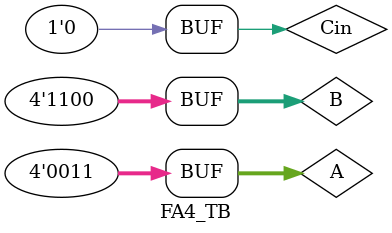
<source format=v>
module jk(input J, K, Clk, Reset, En, output reg Q, output Qn);
always @ (posedge Clk or posedge Reset) begin
	if (Reset)
		Q <= 1'b0;
	else if (En)	
		Q <= J&~K | K&~Q;
end	
assign Qn = ~Q;
endmodule
// SR Flop Flop
module sr(input S, R, Clk, Reset, En, output reg Q, output Qn);
always @ (posedge Clk or posedge Reset) begin 
	if (Reset)
		Q <= 1'b0;
	else if (S&&R)
		Q <= 1'bx;
	else if (En)
		Q <= S | R&~Q;
end	
assign Qn = ~Q;
endmodule
// T Flop FLop
module t(input T, Clk, Reset, En, output reg Q, output Qn);
always @(posedge Clk or posedge Reset) begin
	if (Reset)
		Q <= 1'b0;
	else if (En)
		Q <= T^Q;
end
assign Qn = ~Q;
endmodule
// D Flop Flop
module d(input D, Clk, Reset, En, output reg Q, output Qn);
always @ (posedge Clk or posedge Reset) begin
	if (Reset)
		Q <= 1'b0;
	else if (En)
		Q <= D;
end
assign Qn = ~Q;
endmodule

// 4-1 Mux Procedural
module mux41_(input [3:0] A, B, C, D, input [1:0] S, output reg [3:0] Y);
always @ (*) begin
	Y = 4'b0000;
	case (S)
		2'b00:Y=A;
		2'b01:Y=B;
		2'b10:Y=C;
		2'b11:Y=D;
		default:Y=4'bxxxx;
	endcase
end
endmodule

// 2-1 Mux Ternary
module mux21_(input A, B, S, output Y);
assign Y = (S) ? B : A;
endmodule


// Half Adder
module HA(input A, B, output sum, cout); 
assign sum = A^B;
assign cout = A&B;
endmodule

// Full Adder
module FA(input A, B, Cin, output sum, cout);
wire s1, c1, c2;
HA ha1 (A, B, s1, c1);
HA ha2 (s1, Cin, sum, c2); 
assign cout = c1 | c2;
endmodule
// Ripple Adder
module FA4(input [3:0] A, B, input Cin, output [3:0] sum, output cout, OF);
wire co1, co2, co3;
FA FA1 (A[0], B[0], Cin, sum[0], co1);
FA FA2 (A[1], B[1], co1, sum[1], co2);
FA FA3 (A[2], B[2], co2, sum[2], co3);
FA FA4 (A[3], B[3], co3, sum[3], cout);
assign OF = cout ^ co3;
endmodule
// ALU (Add, Sub, Mult, Div)
module ALU(input [3:0] A, B, input [1:0] OPCODE, output [3:0] sum);
wire [3:0] Add, Sub, Mult, Div, Comb;
FA4 FA41 (A, B, 1'b0, Add, co1, OF_);
FA4 FA42 (~B, 4'b0000, 1'b1, Comb, co2, OF2_);
FA4 FA43 (A, Comb, 1'b0, Sub, co3, OF3_);
assign Mult = A * B;
assign Div = A / B;
mux41 mx (Add, Sub, Mult, Div, OPCODE, sum);
endmodule

module ALU2(input [3:0] A, B, input [1:0] OPCODE, input cin, output reg[3:0] sum, output reg cout, output OF);
reg [3:0] A_, B_; reg cin_;
wire [3:0] sum_, cout_, Bn;
FA4 FA41 (B, 4'b0000, 1'b1, Bn, cout2_, OF2);
FA4 FA42 (A_, B_, cin_, sum_, cout_, OF);
always @ (*) begin
	sum = 4'b0000; cout = 1'b0; A_=4'b0000; B_=4'b0000; cin_=1'b0;
	case (OPCODE)
		2'b00: begin
			A_=A; B_=B; cin_=cin; sum=sum_; cout=cout_;
		end
		2'b01: begin
			A_= A; B_=Bn; cin_=1'b0; sum=sum_; cout=cout_;
		end
		2'b10: begin
			A_=4'b0000; B_=4'b0000; cin_=1'b0; sum=A*B; cout=1'b0;
		end
		2'b11 : begin
			A_=4'b0000; B_=4'b0000; cin_=1'b0; sum=A/B; cout=1'b0;
		end
	endcase
end
endmodule
// Test Bench for

// hald adder
`timescale 1ns/1ps
module HA_TB();
reg A, B;
wire Sum, Cout;
HA HA1 (A, B, Sum, Cout);
initial begin
A =1'b0; B=1'b0; #10;
A =1'b0; B=1'b1; #10;
A =1'b1; B=1'b0; #10;
A =1'b1; B=1'b1; #10;
end
endmodule
// full adder

`timescale 1ns/1ps
module FA_TB();
reg A, B, Cin;
wire Sum, Cout;

FA FA1 (A, B, Cin, Sum, Cout);
initial begin
A=1'b0; B=1'b0; Cin=1'b0; #10;
A=1'b0; B=1'b0; Cin=1'b1; #10;
A=1'b0; B=1'b1; Cin=1'b0; #10;
A=1'b0; B=1'b1; Cin=1'b1; #10;
A=1'b1; B=1'b0; Cin=1'b0; #10;
A=1'b1; B=1'b0; Cin=1'b1; #10;
A=1'b1; B=1'b1; Cin=1'b0; #10;
A=1'b1; B=1'b1; Cin=1'b1; #10;
end
endmodule 
// ripple adder

`timescale 1ns/1ps
module FA4_TB();
reg [3:0]A, B; reg Cin;
wire [3:0] sum; wire cout, OF;
FA4 FA1 (A, B, Cin, sum, cout, OF);
initial begin
A=4'b0000; B=4'b0000; Cin=1'b0; #10;
A=4'b1111; B=4'b1111; Cin=1'b1; #10;
A=4'b0011; B=4'b1100; Cin=1'b0; #10;
end
endmodule

// alu
</source>
